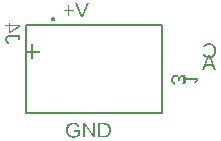
<source format=gbr>
G04 EAGLE Gerber RS-274X export*
G75*
%MOMM*%
%FSLAX34Y34*%
%LPD*%
%INSilkscreen Bottom*%
%IPPOS*%
%AMOC8*
5,1,8,0,0,1.08239X$1,22.5*%
G01*
G04 Define Apertures*
%ADD10C,0.127000*%
%ADD11C,0.200000*%
G36*
X86325Y452120D02*
X84591Y452120D01*
X79555Y464461D01*
X81315Y464461D01*
X84713Y455772D01*
X85449Y453591D01*
X86185Y455772D01*
X89601Y464461D01*
X91361Y464461D01*
X86325Y452120D01*
G37*
G36*
X74913Y453697D02*
X73626Y453697D01*
X73626Y457445D01*
X69912Y457445D01*
X69912Y458724D01*
X73626Y458724D01*
X73626Y462473D01*
X74913Y462473D01*
X74913Y458724D01*
X78627Y458724D01*
X78627Y457445D01*
X74913Y457445D01*
X74913Y453697D01*
G37*
G36*
X104082Y350520D02*
X99466Y350520D01*
X99466Y362861D01*
X103548Y362861D01*
X103934Y362855D01*
X104309Y362836D01*
X104673Y362806D01*
X105026Y362763D01*
X105368Y362707D01*
X105698Y362640D01*
X106017Y362560D01*
X106325Y362468D01*
X106622Y362363D01*
X106908Y362247D01*
X107182Y362118D01*
X107446Y361976D01*
X107698Y361823D01*
X107939Y361657D01*
X108168Y361479D01*
X108387Y361289D01*
X108593Y361087D01*
X108786Y360875D01*
X108966Y360652D01*
X109132Y360420D01*
X109285Y360176D01*
X109425Y359923D01*
X109552Y359659D01*
X109665Y359385D01*
X109764Y359100D01*
X109851Y358805D01*
X109924Y358500D01*
X109984Y358184D01*
X110031Y357858D01*
X110064Y357521D01*
X110084Y357175D01*
X110091Y356817D01*
X110079Y356348D01*
X110044Y355893D01*
X109986Y355452D01*
X109904Y355027D01*
X109800Y354617D01*
X109672Y354222D01*
X109521Y353841D01*
X109346Y353476D01*
X109150Y353128D01*
X108935Y352802D01*
X108700Y352496D01*
X108446Y352211D01*
X108173Y351948D01*
X107880Y351705D01*
X107567Y351483D01*
X107235Y351282D01*
X106887Y351103D01*
X106526Y350949D01*
X106151Y350818D01*
X105764Y350710D01*
X105363Y350627D01*
X104949Y350568D01*
X104522Y350532D01*
X104082Y350520D01*
G37*
%LPC*%
G36*
X103890Y351860D02*
X104224Y351869D01*
X104548Y351897D01*
X104861Y351944D01*
X105165Y352009D01*
X105458Y352093D01*
X105741Y352195D01*
X106014Y352316D01*
X106276Y352456D01*
X106526Y352613D01*
X106761Y352786D01*
X106981Y352976D01*
X107186Y353183D01*
X107376Y353405D01*
X107551Y353645D01*
X107712Y353900D01*
X107857Y354172D01*
X107986Y354459D01*
X108099Y354758D01*
X108193Y355070D01*
X108271Y355394D01*
X108331Y355731D01*
X108374Y356081D01*
X108400Y356443D01*
X108409Y356817D01*
X108389Y357374D01*
X108330Y357897D01*
X108232Y358385D01*
X108095Y358840D01*
X107918Y359260D01*
X107702Y359646D01*
X107447Y359998D01*
X107152Y360316D01*
X106820Y360599D01*
X106453Y360843D01*
X106051Y361050D01*
X105614Y361220D01*
X105141Y361351D01*
X104634Y361445D01*
X104091Y361502D01*
X103513Y361521D01*
X101139Y361521D01*
X101139Y351860D01*
X103890Y351860D01*
G37*
%LPD*%
G36*
X88018Y350520D02*
X86529Y350520D01*
X86529Y362861D01*
X88473Y362861D01*
X95147Y352280D01*
X95069Y353761D01*
X95042Y354768D01*
X95042Y362861D01*
X96549Y362861D01*
X96549Y350520D01*
X94534Y350520D01*
X87930Y361030D01*
X87974Y360181D01*
X88018Y358718D01*
X88018Y350520D01*
G37*
G36*
X78241Y350345D02*
X77765Y350357D01*
X77306Y350393D01*
X76864Y350453D01*
X76439Y350538D01*
X76030Y350646D01*
X75638Y350778D01*
X75262Y350935D01*
X74904Y351116D01*
X74564Y351319D01*
X74244Y351543D01*
X73946Y351789D01*
X73668Y352056D01*
X73410Y352344D01*
X73174Y352654D01*
X72958Y352984D01*
X72762Y353336D01*
X72589Y353706D01*
X72438Y354093D01*
X72311Y354495D01*
X72207Y354914D01*
X72126Y355348D01*
X72068Y355798D01*
X72034Y356265D01*
X72022Y356747D01*
X72028Y357118D01*
X72047Y357477D01*
X72079Y357826D01*
X72123Y358165D01*
X72180Y358492D01*
X72249Y358810D01*
X72331Y359116D01*
X72425Y359412D01*
X72532Y359697D01*
X72652Y359972D01*
X72784Y360236D01*
X72929Y360490D01*
X73086Y360733D01*
X73256Y360965D01*
X73634Y361398D01*
X74057Y361784D01*
X74284Y361958D01*
X74521Y362119D01*
X74768Y362266D01*
X75026Y362402D01*
X75294Y362524D01*
X75572Y362633D01*
X75860Y362730D01*
X76158Y362813D01*
X76466Y362884D01*
X76785Y362942D01*
X77114Y362987D01*
X77453Y363019D01*
X77802Y363038D01*
X78162Y363045D01*
X78662Y363034D01*
X79138Y363001D01*
X79591Y362947D01*
X80019Y362872D01*
X80423Y362774D01*
X80803Y362656D01*
X81158Y362515D01*
X81490Y362353D01*
X81801Y362167D01*
X82093Y361955D01*
X82367Y361717D01*
X82622Y361453D01*
X82859Y361163D01*
X83078Y360847D01*
X83279Y360505D01*
X83461Y360137D01*
X81867Y359664D01*
X81729Y359918D01*
X81579Y360154D01*
X81417Y360372D01*
X81242Y360573D01*
X81054Y360755D01*
X80854Y360920D01*
X80642Y361067D01*
X80417Y361197D01*
X80179Y361310D01*
X79927Y361407D01*
X79661Y361490D01*
X79380Y361558D01*
X79086Y361611D01*
X78777Y361648D01*
X78455Y361671D01*
X78118Y361678D01*
X77600Y361658D01*
X77112Y361598D01*
X76657Y361497D01*
X76233Y361355D01*
X75840Y361174D01*
X75479Y360952D01*
X75149Y360689D01*
X74851Y360387D01*
X74586Y360047D01*
X74357Y359675D01*
X74163Y359269D01*
X74004Y358831D01*
X73880Y358359D01*
X73792Y357855D01*
X73739Y357318D01*
X73721Y356747D01*
X73740Y356178D01*
X73796Y355640D01*
X73890Y355132D01*
X74021Y354655D01*
X74190Y354209D01*
X74396Y353794D01*
X74640Y353409D01*
X74921Y353056D01*
X75236Y352738D01*
X75579Y352464D01*
X75950Y352231D01*
X76351Y352041D01*
X76780Y351893D01*
X77238Y351787D01*
X77725Y351724D01*
X78241Y351702D01*
X78835Y351725D01*
X79409Y351794D01*
X79963Y351909D01*
X80496Y352070D01*
X80994Y352271D01*
X81443Y352504D01*
X81842Y352770D01*
X82191Y353069D01*
X82191Y355293D01*
X78503Y355293D01*
X78503Y356695D01*
X83732Y356695D01*
X83732Y352438D01*
X83480Y352196D01*
X83214Y351967D01*
X82934Y351753D01*
X82641Y351552D01*
X82333Y351366D01*
X82012Y351194D01*
X81677Y351036D01*
X81328Y350892D01*
X80969Y350764D01*
X80601Y350653D01*
X80227Y350559D01*
X79845Y350482D01*
X79455Y350422D01*
X79058Y350379D01*
X78653Y350353D01*
X78241Y350345D01*
G37*
G36*
X44372Y416990D02*
X42568Y416990D01*
X42568Y422241D01*
X37366Y422241D01*
X37366Y424032D01*
X42568Y424032D01*
X42568Y429283D01*
X44372Y429283D01*
X44372Y424032D01*
X49573Y424032D01*
X49573Y422241D01*
X44372Y422241D01*
X44372Y416990D01*
G37*
G36*
X188814Y407749D02*
X187106Y407749D01*
X192063Y420090D01*
X193964Y420090D01*
X199000Y407749D01*
X197266Y407749D01*
X195847Y411358D01*
X190224Y411358D01*
X188814Y407749D01*
G37*
%LPC*%
G36*
X195339Y412663D02*
X193762Y416718D01*
X193386Y417753D01*
X193114Y418583D01*
X193035Y418829D01*
X192799Y418102D01*
X192554Y417379D01*
X192308Y416735D01*
X190723Y412663D01*
X195339Y412663D01*
G37*
%LPD*%
G36*
X193097Y417576D02*
X192648Y417589D01*
X192213Y417628D01*
X191792Y417693D01*
X191385Y417784D01*
X190992Y417901D01*
X190613Y418044D01*
X190247Y418213D01*
X189895Y418408D01*
X189560Y418628D01*
X189244Y418872D01*
X188948Y419139D01*
X188670Y419430D01*
X188412Y419746D01*
X188173Y420085D01*
X187954Y420447D01*
X187754Y420834D01*
X189120Y421517D01*
X189288Y421206D01*
X189467Y420916D01*
X189655Y420645D01*
X189853Y420394D01*
X190062Y420164D01*
X190280Y419953D01*
X190509Y419763D01*
X190747Y419592D01*
X190996Y419442D01*
X191254Y419312D01*
X191523Y419202D01*
X191802Y419111D01*
X192091Y419041D01*
X192390Y418991D01*
X192699Y418961D01*
X193018Y418951D01*
X193511Y418972D01*
X193977Y419037D01*
X194418Y419145D01*
X194832Y419296D01*
X195220Y419490D01*
X195582Y419727D01*
X195918Y420007D01*
X196228Y420330D01*
X196506Y420689D01*
X196747Y421076D01*
X196951Y421490D01*
X197118Y421932D01*
X197248Y422402D01*
X197340Y422900D01*
X197396Y423425D01*
X197415Y423978D01*
X197397Y424537D01*
X197343Y425065D01*
X197254Y425562D01*
X197130Y426029D01*
X196970Y426465D01*
X196774Y426871D01*
X196543Y427246D01*
X196276Y427591D01*
X195977Y427900D01*
X195650Y428168D01*
X195294Y428394D01*
X194910Y428580D01*
X194497Y428724D01*
X194056Y428827D01*
X193586Y428889D01*
X193088Y428909D01*
X192767Y428900D01*
X192458Y428874D01*
X192159Y428829D01*
X191872Y428767D01*
X191595Y428687D01*
X191330Y428589D01*
X191076Y428474D01*
X190833Y428340D01*
X190603Y428190D01*
X190390Y428024D01*
X190193Y427842D01*
X190013Y427644D01*
X189848Y427430D01*
X189700Y427200D01*
X189568Y426955D01*
X189453Y426693D01*
X187868Y427219D01*
X188034Y427586D01*
X188222Y427930D01*
X188433Y428251D01*
X188665Y428548D01*
X188919Y428822D01*
X189195Y429073D01*
X189492Y429301D01*
X189812Y429505D01*
X190153Y429686D01*
X190514Y429842D01*
X190895Y429975D01*
X191297Y430083D01*
X191719Y430167D01*
X192161Y430228D01*
X192623Y430264D01*
X193105Y430276D01*
X193453Y430269D01*
X193791Y430250D01*
X194120Y430217D01*
X194439Y430171D01*
X194748Y430112D01*
X195048Y430040D01*
X195338Y429956D01*
X195619Y429857D01*
X195890Y429746D01*
X196152Y429622D01*
X196404Y429485D01*
X196646Y429335D01*
X197102Y428995D01*
X197520Y428603D01*
X197893Y428165D01*
X198217Y427686D01*
X198491Y427168D01*
X198609Y426894D01*
X198715Y426610D01*
X198809Y426316D01*
X198890Y426012D01*
X198958Y425698D01*
X199014Y425374D01*
X199058Y425040D01*
X199089Y424696D01*
X199108Y424342D01*
X199114Y423978D01*
X199103Y423494D01*
X199069Y423026D01*
X199013Y422575D01*
X198935Y422140D01*
X198835Y421722D01*
X198712Y421320D01*
X198567Y420935D01*
X198400Y420567D01*
X198211Y420217D01*
X198002Y419888D01*
X197773Y419580D01*
X197524Y419293D01*
X197254Y419026D01*
X196965Y418780D01*
X196655Y418555D01*
X196324Y418351D01*
X195976Y418169D01*
X195612Y418012D01*
X195232Y417879D01*
X194836Y417770D01*
X194425Y417685D01*
X193998Y417624D01*
X193555Y417588D01*
X193097Y417576D01*
G37*
G36*
X172711Y395886D02*
X171371Y395886D01*
X171371Y403620D01*
X172711Y403620D01*
X172711Y400615D01*
X183712Y400615D01*
X183712Y399161D01*
X181706Y396245D01*
X180217Y396245D01*
X182205Y399030D01*
X172711Y399030D01*
X172711Y395886D01*
G37*
G36*
X164540Y395203D02*
X164138Y395269D01*
X163763Y395364D01*
X163412Y395488D01*
X163087Y395639D01*
X162787Y395819D01*
X162512Y396028D01*
X162263Y396265D01*
X162039Y396530D01*
X161841Y396821D01*
X161669Y397135D01*
X161524Y397474D01*
X161405Y397836D01*
X161313Y398221D01*
X161247Y398631D01*
X161207Y399064D01*
X161194Y399521D01*
X161209Y400010D01*
X161252Y400470D01*
X161326Y400901D01*
X161428Y401303D01*
X161560Y401676D01*
X161721Y402020D01*
X161911Y402335D01*
X162131Y402621D01*
X162377Y402876D01*
X162648Y403096D01*
X162942Y403283D01*
X163261Y403436D01*
X163604Y403554D01*
X163970Y403639D01*
X164361Y403690D01*
X164776Y403707D01*
X165065Y403695D01*
X165342Y403659D01*
X165606Y403599D01*
X165858Y403514D01*
X166097Y403406D01*
X166323Y403274D01*
X166537Y403117D01*
X166738Y402936D01*
X166923Y402734D01*
X167088Y402513D01*
X167234Y402272D01*
X167360Y402012D01*
X167466Y401733D01*
X167553Y401435D01*
X167619Y401118D01*
X167666Y400782D01*
X167701Y400782D01*
X167775Y401088D01*
X167863Y401375D01*
X167966Y401643D01*
X168084Y401893D01*
X168216Y402124D01*
X168364Y402336D01*
X168527Y402530D01*
X168704Y402704D01*
X168896Y402859D01*
X169102Y402994D01*
X169322Y403107D01*
X169555Y403200D01*
X169802Y403273D01*
X170063Y403324D01*
X170338Y403355D01*
X170627Y403366D01*
X171002Y403349D01*
X171355Y403301D01*
X171687Y403221D01*
X171999Y403108D01*
X172289Y402964D01*
X172557Y402787D01*
X172805Y402578D01*
X173031Y402336D01*
X173233Y402066D01*
X173408Y401770D01*
X173557Y401448D01*
X173678Y401100D01*
X173772Y400727D01*
X173840Y400327D01*
X173880Y399902D01*
X173894Y399450D01*
X173880Y399035D01*
X173841Y398640D01*
X173774Y398263D01*
X173681Y397906D01*
X173562Y397568D01*
X173416Y397249D01*
X173243Y396950D01*
X173044Y396670D01*
X172821Y396413D01*
X172578Y396185D01*
X172313Y395986D01*
X172028Y395815D01*
X171722Y395672D01*
X171395Y395557D01*
X171048Y395471D01*
X170679Y395413D01*
X170557Y396998D01*
X170793Y397033D01*
X171015Y397084D01*
X171224Y397153D01*
X171419Y397238D01*
X171601Y397340D01*
X171769Y397459D01*
X171923Y397594D01*
X172063Y397747D01*
X172188Y397914D01*
X172297Y398094D01*
X172389Y398286D01*
X172464Y398490D01*
X172522Y398707D01*
X172564Y398937D01*
X172589Y399179D01*
X172597Y399433D01*
X172588Y399711D01*
X172562Y399971D01*
X172517Y400214D01*
X172454Y400439D01*
X172373Y400647D01*
X172275Y400836D01*
X172158Y401008D01*
X172024Y401163D01*
X171874Y401299D01*
X171711Y401418D01*
X171535Y401518D01*
X171346Y401600D01*
X171144Y401663D01*
X170929Y401709D01*
X170701Y401736D01*
X170460Y401745D01*
X170218Y401734D01*
X169988Y401701D01*
X169772Y401645D01*
X169570Y401567D01*
X169382Y401466D01*
X169207Y401344D01*
X169045Y401199D01*
X168897Y401031D01*
X168765Y400844D01*
X168650Y400638D01*
X168553Y400414D01*
X168473Y400172D01*
X168411Y399912D01*
X168367Y399633D01*
X168341Y399336D01*
X168332Y399021D01*
X168332Y398163D01*
X166966Y398163D01*
X166966Y399056D01*
X166957Y399411D01*
X166930Y399745D01*
X166886Y400057D01*
X166824Y400347D01*
X166745Y400616D01*
X166648Y400864D01*
X166533Y401090D01*
X166401Y401294D01*
X166253Y401476D01*
X166091Y401633D01*
X165915Y401767D01*
X165725Y401876D01*
X165522Y401960D01*
X165305Y402021D01*
X165074Y402057D01*
X164829Y402069D01*
X164548Y402059D01*
X164286Y402027D01*
X164042Y401974D01*
X163815Y401900D01*
X163606Y401804D01*
X163415Y401687D01*
X163241Y401550D01*
X163086Y401391D01*
X162948Y401213D01*
X162829Y401019D01*
X162728Y400809D01*
X162646Y400584D01*
X162581Y400342D01*
X162536Y400084D01*
X162508Y399810D01*
X162499Y399521D01*
X162507Y399232D01*
X162533Y398959D01*
X162576Y398703D01*
X162636Y398462D01*
X162713Y398238D01*
X162807Y398030D01*
X162918Y397838D01*
X163046Y397662D01*
X163192Y397502D01*
X163354Y397358D01*
X163534Y397230D01*
X163731Y397118D01*
X163944Y397022D01*
X164175Y396943D01*
X164423Y396879D01*
X164688Y396832D01*
X164540Y395203D01*
G37*
G36*
X24780Y438768D02*
X23554Y438768D01*
X23554Y444584D01*
X20760Y444584D01*
X20760Y446073D01*
X23554Y446073D01*
X23554Y447807D01*
X24798Y447807D01*
X24798Y446073D01*
X33101Y446073D01*
X33101Y444417D01*
X24780Y438768D01*
G37*
%LPC*%
G36*
X24798Y440222D02*
X24973Y440362D01*
X25621Y440835D01*
X30281Y443997D01*
X30859Y444339D01*
X31323Y444584D01*
X24798Y444584D01*
X24798Y440222D01*
G37*
%LPD*%
G36*
X23825Y429668D02*
X23433Y429751D01*
X23066Y429854D01*
X22724Y429978D01*
X22408Y430121D01*
X22117Y430284D01*
X21851Y430466D01*
X21610Y430669D01*
X21395Y430892D01*
X21205Y431135D01*
X21041Y431397D01*
X20901Y431680D01*
X20787Y431982D01*
X20699Y432304D01*
X20635Y432646D01*
X20598Y433008D01*
X20585Y433390D01*
X20601Y433802D01*
X20649Y434191D01*
X20730Y434557D01*
X20842Y434901D01*
X20987Y435223D01*
X21164Y435522D01*
X21373Y435799D01*
X21614Y436053D01*
X21883Y436281D01*
X22176Y436478D01*
X22494Y436645D01*
X22835Y436782D01*
X23200Y436888D01*
X23589Y436964D01*
X24002Y437010D01*
X24439Y437025D01*
X33101Y437025D01*
X33101Y432987D01*
X31734Y432987D01*
X31734Y435361D01*
X24404Y435361D01*
X24110Y435353D01*
X23836Y435328D01*
X23579Y435287D01*
X23340Y435230D01*
X23120Y435156D01*
X22918Y435065D01*
X22734Y434959D01*
X22569Y434836D01*
X22422Y434698D01*
X22295Y434549D01*
X22187Y434387D01*
X22099Y434214D01*
X22030Y434028D01*
X21982Y433830D01*
X21952Y433621D01*
X21942Y433399D01*
X21951Y433195D01*
X21978Y433001D01*
X22022Y432814D01*
X22085Y432637D01*
X22165Y432469D01*
X22263Y432309D01*
X22378Y432158D01*
X22512Y432015D01*
X22661Y431883D01*
X22824Y431764D01*
X23002Y431657D01*
X23193Y431562D01*
X23398Y431479D01*
X23617Y431409D01*
X23850Y431351D01*
X24097Y431306D01*
X23825Y429668D01*
G37*
D10*
X37960Y445532D02*
X152960Y445532D01*
X152960Y371532D01*
X37960Y371532D01*
X37960Y445532D01*
D11*
X59960Y451032D02*
X59962Y451095D01*
X59968Y451157D01*
X59978Y451219D01*
X59991Y451281D01*
X60009Y451341D01*
X60030Y451400D01*
X60055Y451458D01*
X60084Y451514D01*
X60116Y451568D01*
X60151Y451620D01*
X60189Y451669D01*
X60231Y451717D01*
X60275Y451761D01*
X60323Y451803D01*
X60372Y451841D01*
X60424Y451876D01*
X60478Y451908D01*
X60534Y451937D01*
X60592Y451962D01*
X60651Y451983D01*
X60711Y452001D01*
X60773Y452014D01*
X60835Y452024D01*
X60897Y452030D01*
X60960Y452032D01*
X61023Y452030D01*
X61085Y452024D01*
X61147Y452014D01*
X61209Y452001D01*
X61269Y451983D01*
X61328Y451962D01*
X61386Y451937D01*
X61442Y451908D01*
X61496Y451876D01*
X61548Y451841D01*
X61597Y451803D01*
X61645Y451761D01*
X61689Y451717D01*
X61731Y451669D01*
X61769Y451620D01*
X61804Y451568D01*
X61836Y451514D01*
X61865Y451458D01*
X61890Y451400D01*
X61911Y451341D01*
X61929Y451281D01*
X61942Y451219D01*
X61952Y451157D01*
X61958Y451095D01*
X61960Y451032D01*
X61958Y450969D01*
X61952Y450907D01*
X61942Y450845D01*
X61929Y450783D01*
X61911Y450723D01*
X61890Y450664D01*
X61865Y450606D01*
X61836Y450550D01*
X61804Y450496D01*
X61769Y450444D01*
X61731Y450395D01*
X61689Y450347D01*
X61645Y450303D01*
X61597Y450261D01*
X61548Y450223D01*
X61496Y450188D01*
X61442Y450156D01*
X61386Y450127D01*
X61328Y450102D01*
X61269Y450081D01*
X61209Y450063D01*
X61147Y450050D01*
X61085Y450040D01*
X61023Y450034D01*
X60960Y450032D01*
X60897Y450034D01*
X60835Y450040D01*
X60773Y450050D01*
X60711Y450063D01*
X60651Y450081D01*
X60592Y450102D01*
X60534Y450127D01*
X60478Y450156D01*
X60424Y450188D01*
X60372Y450223D01*
X60323Y450261D01*
X60275Y450303D01*
X60231Y450347D01*
X60189Y450395D01*
X60151Y450444D01*
X60116Y450496D01*
X60084Y450550D01*
X60055Y450606D01*
X60030Y450664D01*
X60009Y450723D01*
X59991Y450783D01*
X59978Y450845D01*
X59968Y450907D01*
X59962Y450969D01*
X59960Y451032D01*
M02*

</source>
